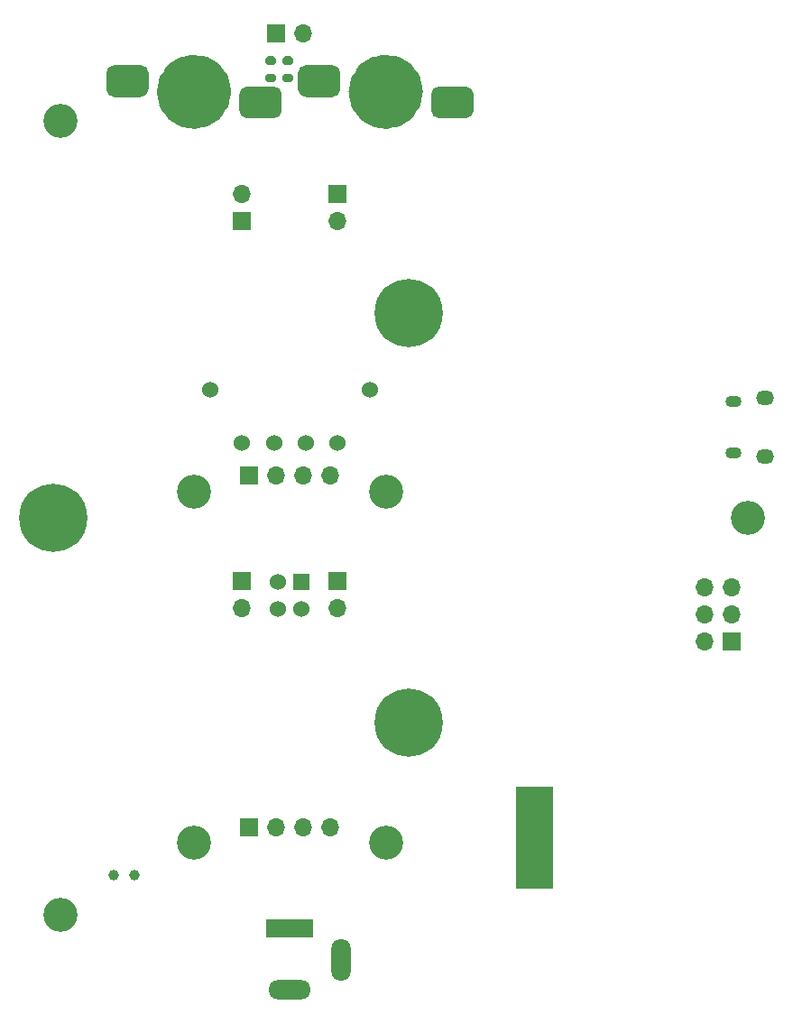
<source format=gbs>
%TF.GenerationSoftware,KiCad,Pcbnew,5.1.10-88a1d61d58~88~ubuntu18.04.1*%
%TF.CreationDate,2021-07-16T18:03:04+01:00*%
%TF.ProjectId,NerdClock,4e657264-436c-46f6-936b-2e6b69636164,rev?*%
%TF.SameCoordinates,Original*%
%TF.FileFunction,Soldermask,Bot*%
%TF.FilePolarity,Negative*%
%FSLAX46Y46*%
G04 Gerber Fmt 4.6, Leading zero omitted, Abs format (unit mm)*
G04 Created by KiCad (PCBNEW 5.1.10-88a1d61d58~88~ubuntu18.04.1) date 2021-07-16 18:03:04*
%MOMM*%
%LPD*%
G01*
G04 APERTURE LIST*
%ADD10C,0.100000*%
%ADD11C,3.500000*%
%ADD12R,1.700000X1.700000*%
%ADD13O,1.700000X1.700000*%
%ADD14C,1.524000*%
%ADD15C,3.200000*%
%ADD16C,6.400000*%
%ADD17C,0.800000*%
%ADD18O,1.800000X4.000000*%
%ADD19O,4.000000X1.800000*%
%ADD20R,4.400000X1.800000*%
%ADD21O,1.500000X1.100000*%
%ADD22O,1.700000X1.350000*%
%ADD23R,1.524000X1.524000*%
%ADD24C,1.000000*%
G04 APERTURE END LIST*
D10*
G36*
X124600000Y-134700000D02*
G01*
X121200000Y-134700000D01*
X121200000Y-125200000D01*
X124600000Y-125200000D01*
X124600000Y-134700000D01*
G37*
X124600000Y-134700000D02*
X121200000Y-134700000D01*
X121200000Y-125200000D01*
X124600000Y-125200000D01*
X124600000Y-134700000D01*
D11*
X92750000Y-60000000D02*
G75*
G03*
X92750000Y-60000000I-1750000J0D01*
G01*
X110750000Y-60000000D02*
G75*
G03*
X110750000Y-60000000I-1750000J0D01*
G01*
D12*
X96190000Y-96000000D03*
D13*
X98730000Y-96000000D03*
X101270000Y-96000000D03*
X103810000Y-96000000D03*
X103810000Y-129000000D03*
X101270000Y-129000000D03*
X98730000Y-129000000D03*
D12*
X96190000Y-129000000D03*
D14*
X95500000Y-93000000D03*
X98500000Y-93000000D03*
X101500000Y-93000000D03*
X104500000Y-93000000D03*
X92500000Y-88000000D03*
X107500000Y-88000000D03*
D15*
X109000000Y-130500000D03*
D16*
X111114000Y-80749000D03*
D17*
X113514000Y-80749000D03*
X112811056Y-82446056D03*
X111114000Y-83149000D03*
X109416944Y-82446056D03*
X108714000Y-80749000D03*
X109416944Y-79051944D03*
X111114000Y-78349000D03*
X112811056Y-79051944D03*
D16*
X111114000Y-119251000D03*
D17*
X113514000Y-119251000D03*
X112811056Y-120948056D03*
X111114000Y-121651000D03*
X109416944Y-120948056D03*
X108714000Y-119251000D03*
X109416944Y-117553944D03*
X111114000Y-116851000D03*
X112811056Y-117553944D03*
X79468056Y-98302944D03*
X77771000Y-97600000D03*
X76073944Y-98302944D03*
X75371000Y-100000000D03*
X76073944Y-101697056D03*
X77771000Y-102400000D03*
X79468056Y-101697056D03*
X80171000Y-100000000D03*
D16*
X77771000Y-100000000D03*
D15*
X143000000Y-100000000D03*
X78500000Y-137239000D03*
X78500000Y-62761000D03*
D13*
X101270000Y-54500000D03*
D12*
X98730000Y-54500000D03*
D18*
X104800000Y-141500000D03*
D19*
X100000000Y-144300000D03*
D20*
X100000000Y-138500000D03*
D12*
X141450000Y-111550000D03*
D13*
X138910000Y-111550000D03*
X141450000Y-109010000D03*
X138910000Y-109010000D03*
X141450000Y-106470000D03*
X138910000Y-106470000D03*
D21*
X141625000Y-93885000D03*
X141625000Y-89045000D03*
D22*
X144625000Y-94195000D03*
X144625000Y-88735000D03*
D23*
X101100000Y-106000000D03*
D14*
X101100000Y-108540000D03*
X98900000Y-108540000D03*
X98900000Y-106000000D03*
D24*
X83500000Y-133500000D03*
X85400000Y-133500000D03*
D15*
X91000000Y-97500000D03*
X109000000Y-97500000D03*
X91000000Y-130500000D03*
D13*
X104500000Y-108500000D03*
D12*
X104500000Y-105960000D03*
X95500000Y-105960000D03*
D13*
X95500000Y-108500000D03*
X104500000Y-72136000D03*
D12*
X104500000Y-69596000D03*
X95500000Y-72136000D03*
D13*
X95500000Y-69596000D03*
G36*
G01*
X82750000Y-59750000D02*
X82750000Y-58250000D01*
G75*
G02*
X83500000Y-57500000I750000J0D01*
G01*
X86000000Y-57500000D01*
G75*
G02*
X86750000Y-58250000I0J-750000D01*
G01*
X86750000Y-59750000D01*
G75*
G02*
X86000000Y-60500000I-750000J0D01*
G01*
X83500000Y-60500000D01*
G75*
G02*
X82750000Y-59750000I0J750000D01*
G01*
G37*
G36*
G01*
X99250000Y-60250000D02*
X99250000Y-61750000D01*
G75*
G02*
X98500000Y-62500000I-750000J0D01*
G01*
X96000000Y-62500000D01*
G75*
G02*
X95250000Y-61750000I0J750000D01*
G01*
X95250000Y-60250000D01*
G75*
G02*
X96000000Y-59500000I750000J0D01*
G01*
X98500000Y-59500000D01*
G75*
G02*
X99250000Y-60250000I0J-750000D01*
G01*
G37*
G36*
G01*
X117250000Y-60250000D02*
X117250000Y-61750000D01*
G75*
G02*
X116500000Y-62500000I-750000J0D01*
G01*
X114000000Y-62500000D01*
G75*
G02*
X113250000Y-61750000I0J750000D01*
G01*
X113250000Y-60250000D01*
G75*
G02*
X114000000Y-59500000I750000J0D01*
G01*
X116500000Y-59500000D01*
G75*
G02*
X117250000Y-60250000I0J-750000D01*
G01*
G37*
G36*
G01*
X100750000Y-59750000D02*
X100750000Y-58250000D01*
G75*
G02*
X101500000Y-57500000I750000J0D01*
G01*
X104000000Y-57500000D01*
G75*
G02*
X104750000Y-58250000I0J-750000D01*
G01*
X104750000Y-59750000D01*
G75*
G02*
X104000000Y-60500000I-750000J0D01*
G01*
X101500000Y-60500000D01*
G75*
G02*
X100750000Y-59750000I0J750000D01*
G01*
G37*
G36*
G01*
X100075000Y-59125000D02*
X99525000Y-59125000D01*
G75*
G02*
X99325000Y-58925000I0J200000D01*
G01*
X99325000Y-58525000D01*
G75*
G02*
X99525000Y-58325000I200000J0D01*
G01*
X100075000Y-58325000D01*
G75*
G02*
X100275000Y-58525000I0J-200000D01*
G01*
X100275000Y-58925000D01*
G75*
G02*
X100075000Y-59125000I-200000J0D01*
G01*
G37*
G36*
G01*
X100075000Y-57475000D02*
X99525000Y-57475000D01*
G75*
G02*
X99325000Y-57275000I0J200000D01*
G01*
X99325000Y-56875000D01*
G75*
G02*
X99525000Y-56675000I200000J0D01*
G01*
X100075000Y-56675000D01*
G75*
G02*
X100275000Y-56875000I0J-200000D01*
G01*
X100275000Y-57275000D01*
G75*
G02*
X100075000Y-57475000I-200000J0D01*
G01*
G37*
G36*
G01*
X98475000Y-57475000D02*
X97925000Y-57475000D01*
G75*
G02*
X97725000Y-57275000I0J200000D01*
G01*
X97725000Y-56875000D01*
G75*
G02*
X97925000Y-56675000I200000J0D01*
G01*
X98475000Y-56675000D01*
G75*
G02*
X98675000Y-56875000I0J-200000D01*
G01*
X98675000Y-57275000D01*
G75*
G02*
X98475000Y-57475000I-200000J0D01*
G01*
G37*
G36*
G01*
X98475000Y-59125000D02*
X97925000Y-59125000D01*
G75*
G02*
X97725000Y-58925000I0J200000D01*
G01*
X97725000Y-58525000D01*
G75*
G02*
X97925000Y-58325000I200000J0D01*
G01*
X98475000Y-58325000D01*
G75*
G02*
X98675000Y-58525000I0J-200000D01*
G01*
X98675000Y-58925000D01*
G75*
G02*
X98475000Y-59125000I-200000J0D01*
G01*
G37*
M02*

</source>
